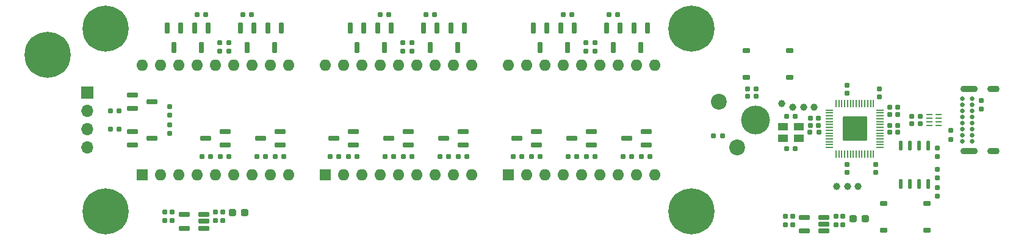
<source format=gbr>
%TF.GenerationSoftware,KiCad,Pcbnew,8.0.4*%
%TF.CreationDate,2024-09-01T22:21:07-05:00*%
%TF.ProjectId,caliper,63616c69-7065-4722-9e6b-696361645f70,rev?*%
%TF.SameCoordinates,Original*%
%TF.FileFunction,Soldermask,Bot*%
%TF.FilePolarity,Negative*%
%FSLAX46Y46*%
G04 Gerber Fmt 4.6, Leading zero omitted, Abs format (unit mm)*
G04 Created by KiCad (PCBNEW 8.0.4) date 2024-09-01 22:21:07*
%MOMM*%
%LPD*%
G01*
G04 APERTURE LIST*
G04 Aperture macros list*
%AMRoundRect*
0 Rectangle with rounded corners*
0 $1 Rounding radius*
0 $2 $3 $4 $5 $6 $7 $8 $9 X,Y pos of 4 corners*
0 Add a 4 corners polygon primitive as box body*
4,1,4,$2,$3,$4,$5,$6,$7,$8,$9,$2,$3,0*
0 Add four circle primitives for the rounded corners*
1,1,$1+$1,$2,$3*
1,1,$1+$1,$4,$5*
1,1,$1+$1,$6,$7*
1,1,$1+$1,$8,$9*
0 Add four rect primitives between the rounded corners*
20,1,$1+$1,$2,$3,$4,$5,0*
20,1,$1+$1,$4,$5,$6,$7,0*
20,1,$1+$1,$6,$7,$8,$9,0*
20,1,$1+$1,$8,$9,$2,$3,0*%
G04 Aperture macros list end*
%ADD10C,0.800000*%
%ADD11C,6.400000*%
%ADD12R,1.700000X1.700000*%
%ADD13O,1.700000X1.700000*%
%ADD14O,1.700000X0.900000*%
%ADD15O,2.400000X0.900000*%
%ADD16C,0.650000*%
%ADD17R,1.600000X1.600000*%
%ADD18O,1.600000X1.600000*%
%ADD19C,4.000000*%
%ADD20C,2.200000*%
%ADD21RoundRect,0.140000X0.360000X0.210000X-0.360000X0.210000X-0.360000X-0.210000X0.360000X-0.210000X0*%
%ADD22C,1.000000*%
%ADD23RoundRect,0.160000X0.160000X-0.197500X0.160000X0.197500X-0.160000X0.197500X-0.160000X-0.197500X0*%
%ADD24RoundRect,0.130000X0.195000X-0.650000X0.195000X0.650000X-0.195000X0.650000X-0.195000X-0.650000X0*%
%ADD25RoundRect,0.155000X0.212500X0.155000X-0.212500X0.155000X-0.212500X-0.155000X0.212500X-0.155000X0*%
%ADD26RoundRect,0.160000X0.197500X0.160000X-0.197500X0.160000X-0.197500X-0.160000X0.197500X-0.160000X0*%
%ADD27RoundRect,0.130000X-0.650000X-0.195000X0.650000X-0.195000X0.650000X0.195000X-0.650000X0.195000X0*%
%ADD28RoundRect,0.130000X0.650000X0.195000X-0.650000X0.195000X-0.650000X-0.195000X0.650000X-0.195000X0*%
%ADD29RoundRect,0.237500X0.287500X0.237500X-0.287500X0.237500X-0.287500X-0.237500X0.287500X-0.237500X0*%
%ADD30RoundRect,0.100000X0.600000X0.450000X-0.600000X0.450000X-0.600000X-0.450000X0.600000X-0.450000X0*%
%ADD31RoundRect,0.160000X-0.197500X-0.160000X0.197500X-0.160000X0.197500X0.160000X-0.197500X0.160000X0*%
%ADD32RoundRect,0.155000X-0.155000X0.212500X-0.155000X-0.212500X0.155000X-0.212500X0.155000X0.212500X0*%
%ADD33RoundRect,0.137500X0.137500X0.512500X-0.137500X0.512500X-0.137500X-0.512500X0.137500X-0.512500X0*%
%ADD34RoundRect,0.155000X0.155000X-0.212500X0.155000X0.212500X-0.155000X0.212500X-0.155000X-0.212500X0*%
%ADD35RoundRect,0.160000X-0.160000X0.197500X-0.160000X-0.197500X0.160000X-0.197500X0.160000X0.197500X0*%
%ADD36RoundRect,0.155000X-0.212500X-0.155000X0.212500X-0.155000X0.212500X0.155000X-0.212500X0.155000X0*%
%ADD37RoundRect,0.140000X-0.360000X-0.210000X0.360000X-0.210000X0.360000X0.210000X-0.360000X0.210000X0*%
%ADD38RoundRect,0.040000X0.060000X-0.460000X0.060000X0.460000X-0.060000X0.460000X-0.060000X-0.460000X0*%
%ADD39RoundRect,0.040000X-0.460000X-0.060000X0.460000X-0.060000X0.460000X0.060000X-0.460000X0.060000X0*%
%ADD40RoundRect,0.100000X-1.600000X-1.600000X1.600000X-1.600000X1.600000X1.600000X-1.600000X1.600000X0*%
%ADD41RoundRect,0.050000X-0.350000X0.050000X-0.350000X-0.050000X0.350000X-0.050000X0.350000X0.050000X0*%
G04 APERTURE END LIST*
D10*
%TO.C,M5*%
X-71400000Y9000000D03*
X-70697056Y10697056D03*
X-70697056Y7302944D03*
X-69000000Y11400000D03*
D11*
X-69000000Y9000000D03*
D10*
X-69000000Y6600000D03*
X-67302944Y10697056D03*
X-67302944Y7302944D03*
X-66600000Y9000000D03*
%TD*%
%TO.C,M1*%
X-63360000Y12690000D03*
X-62657056Y14387056D03*
X-62657056Y10992944D03*
X-60960000Y15090000D03*
D11*
X-60960000Y12690000D03*
D10*
X-60960000Y10290000D03*
X-59262944Y14387056D03*
X-59262944Y10992944D03*
X-58560000Y12690000D03*
%TD*%
%TO.C,M3*%
X17920000Y12690000D03*
X18622944Y14387056D03*
X18622944Y10992944D03*
X20320000Y15090000D03*
D11*
X20320000Y12690000D03*
D10*
X20320000Y10290000D03*
X22017056Y14387056D03*
X22017056Y10992944D03*
X22720000Y12690000D03*
%TD*%
D12*
%TO.C,J2*%
X-63500000Y3800000D03*
D13*
X-63500000Y1260000D03*
X-63500000Y-1280000D03*
X-63500000Y-3820000D03*
%TD*%
D14*
%TO.C,J1*%
X62260000Y-4325000D03*
D15*
X58880000Y-4325000D03*
D14*
X62260000Y4325000D03*
D15*
X58880000Y4325000D03*
D16*
X57900000Y-2975000D03*
X57900000Y-2125000D03*
X57900000Y-1275000D03*
X57900000Y-425000D03*
X57900000Y425000D03*
X57900000Y1275000D03*
X57900000Y2125000D03*
X57900000Y2975000D03*
X59250000Y2975000D03*
X59250000Y2125000D03*
X59250000Y1275000D03*
X59250000Y425000D03*
X59250000Y-425000D03*
X59250000Y-1275000D03*
X59250000Y-2125000D03*
X59250000Y-2975000D03*
%TD*%
D17*
%TO.C,U4*%
X-5080000Y-7630000D03*
D18*
X-2540000Y-7630000D03*
X0Y-7630000D03*
X2540000Y-7630000D03*
X5080000Y-7630000D03*
X7620000Y-7630000D03*
X10160000Y-7630000D03*
X12700000Y-7630000D03*
X15240000Y-7630000D03*
X15240000Y7610000D03*
X12700000Y7610000D03*
X10160000Y7610000D03*
X7620000Y7610000D03*
X5080000Y7610000D03*
X2540000Y7610000D03*
X0Y7610000D03*
X-2540000Y7610000D03*
X-5080000Y7610000D03*
%TD*%
D17*
%TO.C,U3*%
X-30480000Y-7630000D03*
D18*
X-27940000Y-7630000D03*
X-25400000Y-7630000D03*
X-22860000Y-7630000D03*
X-20320000Y-7630000D03*
X-17780000Y-7630000D03*
X-15240000Y-7630000D03*
X-12700000Y-7630000D03*
X-10160000Y-7630000D03*
X-10160000Y7610000D03*
X-12700000Y7610000D03*
X-15240000Y7610000D03*
X-17780000Y7610000D03*
X-20320000Y7610000D03*
X-22860000Y7610000D03*
X-25400000Y7610000D03*
X-27940000Y7610000D03*
X-30480000Y7610000D03*
%TD*%
D10*
%TO.C,M4*%
X17920000Y-12710000D03*
X18622944Y-11012944D03*
X18622944Y-14407056D03*
X20320000Y-10310000D03*
D11*
X20320000Y-12710000D03*
D10*
X20320000Y-15110000D03*
X22017056Y-11012944D03*
X22017056Y-14407056D03*
X22720000Y-12710000D03*
%TD*%
D19*
%TO.C,SW3*%
X29210000Y-10000D03*
D20*
X24130000Y2530000D03*
X26670000Y-3820000D03*
%TD*%
D17*
%TO.C,U2*%
X-55880000Y-7630000D03*
D18*
X-53340000Y-7630000D03*
X-50800000Y-7630000D03*
X-48260000Y-7630000D03*
X-45720000Y-7630000D03*
X-43180000Y-7630000D03*
X-40640000Y-7630000D03*
X-38100000Y-7630000D03*
X-35560000Y-7630000D03*
X-35560000Y7610000D03*
X-38100000Y7610000D03*
X-40640000Y7610000D03*
X-43180000Y7610000D03*
X-45720000Y7610000D03*
X-48260000Y7610000D03*
X-50800000Y7610000D03*
X-53340000Y7610000D03*
X-55880000Y7610000D03*
%TD*%
D10*
%TO.C,M2*%
X-63360000Y-12710000D03*
X-62657056Y-11012944D03*
X-62657056Y-14407056D03*
X-60960000Y-10310000D03*
D11*
X-60960000Y-12710000D03*
D10*
X-60960000Y-15110000D03*
X-59262944Y-11012944D03*
X-59262944Y-14407056D03*
X-58560000Y-12710000D03*
%TD*%
D21*
%TO.C,SW2*%
X53000000Y-11650000D03*
X47000000Y-11650000D03*
X53000000Y-15350000D03*
X47000000Y-15350000D03*
%TD*%
D22*
%TO.C,tGND1*%
X40500000Y-9250000D03*
%TD*%
D23*
%TO.C,R25*%
X-19685000Y9552500D03*
X-19685000Y10747500D03*
%TD*%
D24*
%TO.C,Q1*%
X8575000Y12780000D03*
X10475000Y12780000D03*
X9525000Y10080000D03*
%TD*%
%TO.C,Q8*%
X-38415000Y12780000D03*
X-36515000Y12780000D03*
X-37465000Y10080000D03*
%TD*%
D25*
%TO.C,C18*%
X37967500Y240000D03*
X36832500Y240000D03*
%TD*%
D23*
%TO.C,R26*%
X-18415000Y9552500D03*
X-18415000Y10747500D03*
%TD*%
D26*
%TO.C,R7*%
X-43852500Y-5090000D03*
X-45047500Y-5090000D03*
%TD*%
D27*
%TO.C,Q19*%
X-36750000Y-1600000D03*
X-36750000Y-3500000D03*
X-39450000Y-2550000D03*
%TD*%
D26*
%TO.C,R30*%
X29347500Y4250000D03*
X28152500Y4250000D03*
%TD*%
D24*
%TO.C,Q6*%
X-48575000Y12780000D03*
X-46675000Y12780000D03*
X-47625000Y10080000D03*
%TD*%
D28*
%TO.C,U5*%
X-47299000Y-13157000D03*
X-47299000Y-14107000D03*
X-47299000Y-15057000D03*
X-49999000Y-15057000D03*
X-49999000Y-13157000D03*
%TD*%
D29*
%TO.C,FB2*%
X-41595001Y-12912500D03*
X-43345001Y-12912500D03*
%TD*%
D23*
%TO.C,R35*%
X-52070000Y-1877500D03*
X-52070000Y-682500D03*
%TD*%
D26*
%TO.C,R5*%
X3772500Y14605000D03*
X2577500Y14605000D03*
%TD*%
%TO.C,R6*%
X10122500Y14605000D03*
X8927500Y14605000D03*
%TD*%
D23*
%TO.C,R24*%
X-43815000Y9562500D03*
X-43815000Y10757500D03*
%TD*%
%TO.C,R28*%
X6985000Y9552500D03*
X6985000Y10747500D03*
%TD*%
D30*
%TO.C,X1*%
X35249999Y-2550000D03*
X33049999Y-2550000D03*
X33049999Y-950000D03*
X35249999Y-950000D03*
%TD*%
D27*
%TO.C,Q16*%
X-11350000Y-1600000D03*
X-11350000Y-3500000D03*
X-14050000Y-2550000D03*
%TD*%
D24*
%TO.C,Q12*%
X12385000Y12780000D03*
X14285000Y12780000D03*
X13335000Y10080000D03*
%TD*%
D26*
%TO.C,R2*%
X-40677500Y14605000D03*
X-41872500Y14605000D03*
%TD*%
D31*
%TO.C,R29*%
X28152500Y3250000D03*
X29347500Y3250000D03*
%TD*%
D26*
%TO.C,R38*%
X37997499Y-1750000D03*
X36802499Y-1750000D03*
%TD*%
%TO.C,R1*%
X-47027500Y14605000D03*
X-48222500Y14605000D03*
%TD*%
D32*
%TO.C,C13*%
X41900000Y-6182500D03*
X41900000Y-7317500D03*
%TD*%
D24*
%TO.C,Q10*%
X-13015000Y12780000D03*
X-11115000Y12780000D03*
X-12065000Y10080000D03*
%TD*%
%TO.C,Q5*%
X-42225000Y12780000D03*
X-40325000Y12780000D03*
X-41275000Y10080000D03*
%TD*%
D26*
%TO.C,R4*%
X-15277500Y14605000D03*
X-16472500Y14605000D03*
%TD*%
%TO.C,R3*%
X-21627500Y14605000D03*
X-22822500Y14605000D03*
%TD*%
%TO.C,R12*%
X-672500Y-5090000D03*
X-1867500Y-5090000D03*
%TD*%
D24*
%TO.C,Q3*%
X-16825000Y12780000D03*
X-14925000Y12780000D03*
X-15875000Y10080000D03*
%TD*%
D32*
%TO.C,C2*%
X40368358Y-13432500D03*
X40368358Y-14567500D03*
%TD*%
D23*
%TO.C,R27*%
X5715000Y9562500D03*
X5715000Y10757500D03*
%TD*%
D33*
%TO.C,U7*%
X53155000Y-8900000D03*
X51885000Y-8900000D03*
X50615000Y-8900000D03*
X49345000Y-8900000D03*
X49345000Y-3600000D03*
X50615000Y-3600000D03*
X51885000Y-3600000D03*
X53155000Y-3600000D03*
%TD*%
D29*
%TO.C,FB1*%
X44493358Y-13750000D03*
X42743358Y-13750000D03*
%TD*%
D34*
%TO.C,C15*%
X41899999Y3682500D03*
X41899999Y4817500D03*
%TD*%
D24*
%TO.C,Q9*%
X-26985000Y12780000D03*
X-25085000Y12780000D03*
X-26035000Y10080000D03*
%TD*%
D26*
%TO.C,R15*%
X-46392500Y-5090000D03*
X-47587500Y-5090000D03*
%TD*%
D24*
%TO.C,Q11*%
X-1585000Y12780000D03*
X315000Y12780000D03*
X-635000Y10080000D03*
%TD*%
D31*
%TO.C,R42*%
X23432500Y-2190000D03*
X24627500Y-2190000D03*
%TD*%
D35*
%TO.C,R39*%
X54500000Y-9402500D03*
X54500000Y-10597500D03*
%TD*%
D26*
%TO.C,R8*%
X-36232500Y-5090000D03*
X-37427500Y-5090000D03*
%TD*%
D27*
%TO.C,Q15*%
X-1190000Y-1600000D03*
X-1190000Y-3500000D03*
X-3890000Y-2550000D03*
%TD*%
D32*
%TO.C,C6*%
X-45720000Y-12845000D03*
X-45720000Y-13980000D03*
%TD*%
D36*
%TO.C,C12*%
X47832500Y-790000D03*
X48967500Y-790000D03*
%TD*%
D23*
%TO.C,R33*%
X60600000Y1502500D03*
X60600000Y2697500D03*
%TD*%
D26*
%TO.C,R10*%
X-18452500Y-5090000D03*
X-19647500Y-5090000D03*
%TD*%
D32*
%TO.C,C11*%
X45899999Y-6182500D03*
X45899999Y-7317500D03*
%TD*%
D22*
%TO.C,tSWCLK1*%
X37399999Y1750000D03*
%TD*%
D31*
%TO.C,R41*%
X-60287500Y1260000D03*
X-59092500Y1260000D03*
%TD*%
D27*
%TO.C,Q20*%
X-44370000Y-1600000D03*
X-44370000Y-3500000D03*
X-47070000Y-2550000D03*
%TD*%
D36*
%TO.C,C17*%
X47832499Y-1750000D03*
X48967499Y-1750000D03*
%TD*%
D32*
%TO.C,C5*%
X-44720000Y-12845000D03*
X-44720000Y-13980000D03*
%TD*%
%TO.C,C8*%
X-52720000Y-12844999D03*
X-52720000Y-13979999D03*
%TD*%
D27*
%TO.C,Q18*%
X-26590000Y-1600000D03*
X-26590000Y-3500000D03*
X-29290000Y-2550000D03*
%TD*%
D35*
%TO.C,R32*%
X56320000Y-1502500D03*
X56320000Y-2697500D03*
%TD*%
D27*
%TO.C,Q13*%
X14050000Y-1600000D03*
X14050000Y-3500000D03*
X11350000Y-2550000D03*
%TD*%
D22*
%TO.C,tRUN1*%
X32899999Y2300000D03*
%TD*%
D24*
%TO.C,Q4*%
X-23175000Y12780000D03*
X-21275000Y12780000D03*
X-22225000Y10080000D03*
%TD*%
D26*
%TO.C,R20*%
X-3212500Y-5090000D03*
X-4407500Y-5090000D03*
%TD*%
D32*
%TO.C,C19*%
X54500000Y-3932500D03*
X54500000Y-5067500D03*
%TD*%
D36*
%TO.C,C21*%
X33582499Y500000D03*
X34717499Y500000D03*
%TD*%
D35*
%TO.C,R37*%
X54500000Y-6902500D03*
X54500000Y-8097500D03*
%TD*%
D22*
%TO.C,tGND2*%
X34399999Y1750000D03*
%TD*%
D31*
%TO.C,R31*%
X50902500Y-500000D03*
X52097500Y-500000D03*
%TD*%
D26*
%TO.C,R11*%
X-10832500Y-5090000D03*
X-12027500Y-5090000D03*
%TD*%
D32*
%TO.C,C7*%
X-51719999Y-12845000D03*
X-51719999Y-13980000D03*
%TD*%
D28*
%TO.C,Q22*%
X-57230000Y1580000D03*
X-57230000Y3480000D03*
X-54530000Y2530000D03*
%TD*%
D34*
%TO.C,C14*%
X46399999Y3182500D03*
X46399999Y4317500D03*
%TD*%
D26*
%TO.C,R19*%
X-13372500Y-5090000D03*
X-14567500Y-5090000D03*
%TD*%
%TO.C,R17*%
X-28612500Y-5090000D03*
X-29807500Y-5090000D03*
%TD*%
D31*
%TO.C,R36*%
X-60287500Y-1280000D03*
X-59092500Y-1280000D03*
%TD*%
D37*
%TO.C,SW1*%
X28000000Y5900000D03*
X34000000Y5900000D03*
X28000000Y9600000D03*
X34000000Y9600000D03*
%TD*%
D32*
%TO.C,C1*%
X41368358Y-13432500D03*
X41368358Y-14567500D03*
%TD*%
D22*
%TO.C,tTX1*%
X43500000Y-9250000D03*
%TD*%
D32*
%TO.C,C3*%
X34368358Y-13432500D03*
X34368358Y-14567500D03*
%TD*%
D26*
%TO.C,R9*%
X-26072500Y-5090000D03*
X-27267500Y-5090000D03*
%TD*%
%TO.C,R34*%
X52097500Y500000D03*
X50902500Y500000D03*
%TD*%
D25*
%TO.C,C10*%
X37967499Y-750000D03*
X36832499Y-750000D03*
%TD*%
D26*
%TO.C,R22*%
X12027500Y-5090000D03*
X10832500Y-5090000D03*
%TD*%
D36*
%TO.C,C9*%
X47832499Y1750000D03*
X48967499Y1750000D03*
%TD*%
D38*
%TO.C,U6*%
X45600000Y-4750000D03*
X45200000Y-4750000D03*
X44800000Y-4750000D03*
X44400000Y-4750000D03*
X44000000Y-4750000D03*
X43600000Y-4750000D03*
X43200000Y-4750000D03*
X42800000Y-4750000D03*
X42400000Y-4750000D03*
X42000000Y-4750000D03*
X41600000Y-4750000D03*
X41200000Y-4750000D03*
X40800000Y-4750000D03*
X40400000Y-4750000D03*
D39*
X39500000Y-3850000D03*
X39500000Y-3450000D03*
X39500000Y-3050000D03*
X39500000Y-2650000D03*
X39500000Y-2250000D03*
X39500000Y-1850000D03*
X39500000Y-1450000D03*
X39500000Y-1050000D03*
X39500000Y-650000D03*
X39500000Y-250000D03*
X39500000Y150000D03*
X39500000Y550000D03*
X39500000Y950000D03*
X39500000Y1350000D03*
D38*
X40400000Y2250000D03*
X40800000Y2250000D03*
X41200000Y2250000D03*
X41600000Y2250000D03*
X42000000Y2250000D03*
X42400000Y2250000D03*
X42800000Y2250000D03*
X43200000Y2250000D03*
X43600000Y2250000D03*
X44000000Y2250000D03*
X44400000Y2250000D03*
X44800000Y2250000D03*
X45200000Y2250000D03*
X45600000Y2250000D03*
D39*
X46500000Y1350000D03*
X46500000Y950000D03*
X46500000Y550000D03*
X46500000Y150000D03*
X46500000Y-250000D03*
X46500000Y-650000D03*
X46500000Y-1050000D03*
X46500000Y-1450000D03*
X46500000Y-1850000D03*
X46500000Y-2250000D03*
X46500000Y-2650000D03*
X46500000Y-3050000D03*
X46500000Y-3450000D03*
X46500000Y-3850000D03*
D40*
X43000000Y-1250000D03*
%TD*%
D27*
%TO.C,Q14*%
X6430000Y-1600000D03*
X6430000Y-3500000D03*
X3730000Y-2550000D03*
%TD*%
D36*
%TO.C,C16*%
X47832499Y750000D03*
X48967499Y750000D03*
%TD*%
D22*
%TO.C,tRX1*%
X42000000Y-9250000D03*
%TD*%
D35*
%TO.C,R40*%
X-52070000Y1857500D03*
X-52070000Y662500D03*
%TD*%
D24*
%TO.C,Q7*%
X-52385000Y12780000D03*
X-50485000Y12780000D03*
X-51435000Y10080000D03*
%TD*%
D22*
%TO.C,tSWDIO1*%
X35899999Y1750000D03*
%TD*%
D27*
%TO.C,Q17*%
X-18970000Y-1600000D03*
X-18970000Y-3500000D03*
X-21670000Y-2550000D03*
%TD*%
D28*
%TO.C,U1*%
X38718358Y-13550000D03*
X38718358Y-14500000D03*
X38718358Y-15450000D03*
X36018358Y-15450000D03*
X36018358Y-13550000D03*
%TD*%
D26*
%TO.C,R18*%
X-20992500Y-5090000D03*
X-22187500Y-5090000D03*
%TD*%
D23*
%TO.C,R23*%
X-45085000Y9562500D03*
X-45085000Y10757500D03*
%TD*%
D28*
%TO.C,Q21*%
X-57230000Y-3500000D03*
X-57230000Y-1600000D03*
X-54530000Y-2550000D03*
%TD*%
D26*
%TO.C,R14*%
X14567500Y-5090000D03*
X13372500Y-5090000D03*
%TD*%
%TO.C,R21*%
X4407500Y-5090000D03*
X3212500Y-5090000D03*
%TD*%
D24*
%TO.C,Q2*%
X2225000Y12780000D03*
X4125000Y12780000D03*
X3175000Y10080000D03*
%TD*%
D26*
%TO.C,R16*%
X-38772500Y-5090000D03*
X-39967500Y-5090000D03*
%TD*%
D32*
%TO.C,C4*%
X33368358Y-13432500D03*
X33368358Y-14567500D03*
%TD*%
D41*
%TO.C,D1*%
X54600000Y750000D03*
X54600000Y250000D03*
X54600000Y-250000D03*
X54600000Y-750000D03*
X53400000Y-750000D03*
X53400000Y-250000D03*
X53400000Y250000D03*
X53400000Y750000D03*
%TD*%
D25*
%TO.C,C20*%
X34717499Y-4000000D03*
X33582499Y-4000000D03*
%TD*%
D26*
%TO.C,R13*%
X6947500Y-5090000D03*
X5752500Y-5090000D03*
%TD*%
M02*

</source>
